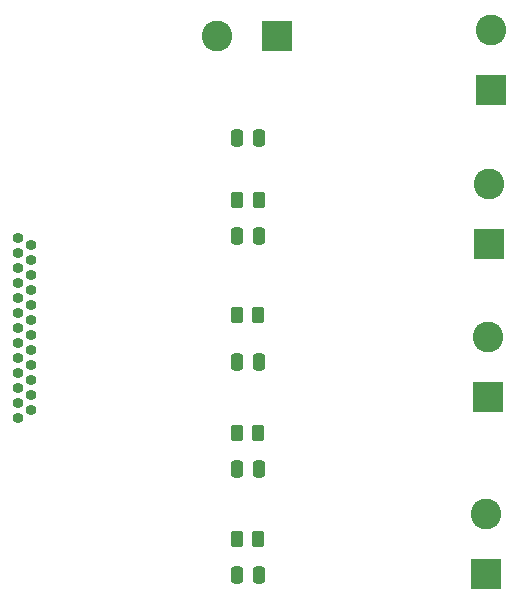
<source format=gbr>
%TF.GenerationSoftware,KiCad,Pcbnew,7.0.5*%
%TF.CreationDate,2024-03-11T15:50:26-06:00*%
%TF.ProjectId,micro-d-tes-aaray,6d696372-6f2d-4642-9d74-65732d616172,rev?*%
%TF.SameCoordinates,Original*%
%TF.FileFunction,Soldermask,Top*%
%TF.FilePolarity,Negative*%
%FSLAX46Y46*%
G04 Gerber Fmt 4.6, Leading zero omitted, Abs format (unit mm)*
G04 Created by KiCad (PCBNEW 7.0.5) date 2024-03-11 15:50:26*
%MOMM*%
%LPD*%
G01*
G04 APERTURE LIST*
G04 Aperture macros list*
%AMRoundRect*
0 Rectangle with rounded corners*
0 $1 Rounding radius*
0 $2 $3 $4 $5 $6 $7 $8 $9 X,Y pos of 4 corners*
0 Add a 4 corners polygon primitive as box body*
4,1,4,$2,$3,$4,$5,$6,$7,$8,$9,$2,$3,0*
0 Add four circle primitives for the rounded corners*
1,1,$1+$1,$2,$3*
1,1,$1+$1,$4,$5*
1,1,$1+$1,$6,$7*
1,1,$1+$1,$8,$9*
0 Add four rect primitives between the rounded corners*
20,1,$1+$1,$2,$3,$4,$5,0*
20,1,$1+$1,$4,$5,$6,$7,0*
20,1,$1+$1,$6,$7,$8,$9,0*
20,1,$1+$1,$8,$9,$2,$3,0*%
G04 Aperture macros list end*
%ADD10R,2.600000X2.600000*%
%ADD11C,2.600000*%
%ADD12RoundRect,0.250000X-0.262500X-0.450000X0.262500X-0.450000X0.262500X0.450000X-0.262500X0.450000X0*%
%ADD13RoundRect,0.250000X-0.250000X-0.475000X0.250000X-0.475000X0.250000X0.475000X-0.250000X0.475000X0*%
%ADD14O,0.920000X0.920000*%
G04 APERTURE END LIST*
D10*
%TO.C,J2*%
X62135000Y-26335000D03*
D11*
X62135000Y-21255000D03*
%TD*%
D10*
%TO.C,J4*%
X61855000Y-52335000D03*
D11*
X61855000Y-47255000D03*
%TD*%
D12*
%TO.C,R2*%
X40612500Y-45415000D03*
X42437500Y-45415000D03*
%TD*%
D13*
%TO.C,C4*%
X40595000Y-67425000D03*
X42495000Y-67425000D03*
%TD*%
D10*
%TO.C,J3*%
X61995000Y-39335000D03*
D11*
X61995000Y-34255000D03*
%TD*%
D10*
%TO.C,J1*%
X44035000Y-21775000D03*
D11*
X38955000Y-21775000D03*
%TD*%
D12*
%TO.C,R3*%
X40612500Y-55365000D03*
X42437500Y-55365000D03*
%TD*%
%TO.C,R4*%
X40612500Y-64315000D03*
X42437500Y-64315000D03*
%TD*%
D13*
%TO.C,C1*%
X40625000Y-38705000D03*
X42525000Y-38705000D03*
%TD*%
D10*
%TO.C,J5*%
X61715000Y-67335000D03*
D11*
X61715000Y-62255000D03*
%TD*%
D13*
%TO.C,C3*%
X40595000Y-58415000D03*
X42495000Y-58415000D03*
%TD*%
%TO.C,C5*%
X40595000Y-30435000D03*
X42495000Y-30435000D03*
%TD*%
%TO.C,C2*%
X40595000Y-49405000D03*
X42495000Y-49405000D03*
%TD*%
D12*
%TO.C,R1*%
X40642500Y-35685000D03*
X42467500Y-35685000D03*
%TD*%
D14*
%TO.C,J26*%
X22075500Y-38830000D03*
X22075500Y-40100000D03*
X22075500Y-41370000D03*
X22075500Y-42640000D03*
X22075500Y-43910000D03*
X22075500Y-45180000D03*
X22075500Y-46450000D03*
X22075500Y-47720000D03*
X22075500Y-48990000D03*
X22075500Y-50260000D03*
X22075500Y-51530000D03*
X22075500Y-52800000D03*
X22075500Y-54070000D03*
X23175500Y-39465000D03*
X23175500Y-40735000D03*
X23175500Y-42005000D03*
X23175500Y-43275000D03*
X23175500Y-44545000D03*
X23175500Y-45815000D03*
X23175500Y-47085000D03*
X23175500Y-48355000D03*
X23175500Y-49625000D03*
X23175500Y-50895000D03*
X23175500Y-52165000D03*
X23175500Y-53435000D03*
%TD*%
M02*

</source>
